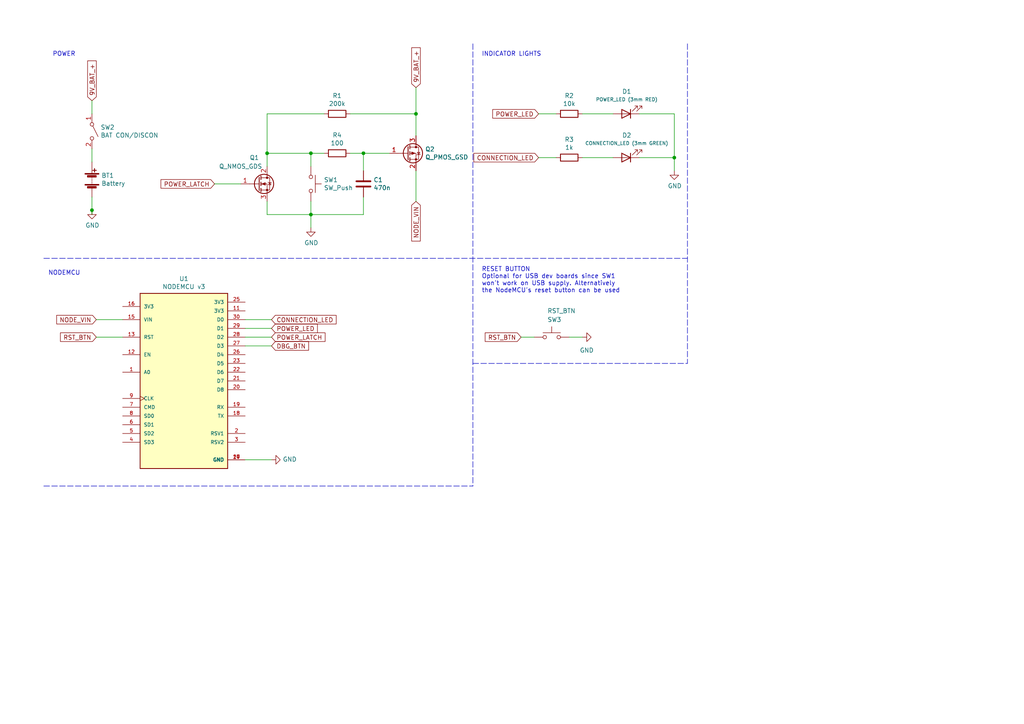
<source format=kicad_sch>
(kicad_sch (version 20211123) (generator eeschema)
  (paper "A4")
  (title_block (title "TUDO Wireless Doorbell / Door") (date "2021-11-30") (rev "V1.0") (company "TUDO Makerspace") (comment 1 "https://tapr.org/the-tapr-open-hardware-license/") (comment 2 "License: TAPR Open Hardware License V1.0") (comment 3 "ctx.xda@gmail.com") (comment 4 "Author: Patrick Pedersen"))
  (lib_symbols
    (symbol "Device:Battery" (pin_numbers hide) (pin_names (offset 0) hide)
      (property "Reference" "BT" (at 2.54 2.54 0))
      (property "Value" "Battery" (at 2.54 0 0))
      (symbol "Battery_0_1"
        (rectangle (start -2.032 -1.397) (end 2.032 -1.651) (fill (type outline)))
        (rectangle (start -2.032 1.778) (end 2.032 1.524) (fill (type outline)))
        (rectangle (start -1.3208 -1.9812) (end 1.27 -2.4892) (fill (type outline)))
        (rectangle (start -1.3208 1.1938) (end 1.27 0.6858) (fill (type outline)))
        (polyline (pts (xy 0 -1.524) (xy 0 -1.27)))
        (polyline (pts (xy 0 -1.016) (xy 0 -0.762)))
        (polyline (pts (xy 0 -0.508) (xy 0 -0.254)))
        (polyline (pts (xy 0 0) (xy 0 0.254)))
        (polyline (pts (xy 0 0.508) (xy 0 0.762)))
        (polyline (pts (xy 0 1.778) (xy 0 2.54)))
        (polyline (pts (xy 0.254 2.667) (xy 1.27 2.667)) (stroke (width 0.254)))
        (polyline (pts (xy 0.762 3.175) (xy 0.762 2.159)) (stroke (width 0.254)))
      )
      (symbol "Battery_1_1"
        (pin passive line (at 0 5.08 270) (length 2.54) (name "+") (number "1"))
        (pin passive line (at 0 -5.08 90) (length 2.54) (name "-") (number "2"))
      )
    )
    (symbol "Device:C" (pin_numbers hide) (pin_names (offset 0.254))
      (property "Reference" "C" (at 0.635 2.54 0))
      (property "Value" "C" (at 0.635 -2.54 0))
      (symbol "C_0_1"
        (polyline (pts (xy -2.032 -0.762) (xy 2.032 -0.762)) (stroke (width 0.508)))
        (polyline (pts (xy -2.032 0.762) (xy 2.032 0.762)) (stroke (width 0.508)))
      )
      (symbol "C_1_1"
        (pin passive line (at 0 3.81 270) (length 2.794) (name "~") (number "1"))
        (pin passive line (at 0 -3.81 90) (length 2.794) (name "~") (number "2"))
      )
    )
    (symbol "Device:LED" (pin_numbers hide) (pin_names (offset 1.016) hide)
      (property "Reference" "D" (at 0 2.54 0))
      (property "Value" "LED" (at 0 -2.54 0))
      (symbol "LED_0_1"
        (polyline (pts (xy -1.27 -1.27) (xy -1.27 1.27)) (stroke (width 0.254)))
        (polyline (pts (xy -1.27 0) (xy 1.27 0)))
        (polyline (pts (xy 1.27 -1.27) (xy 1.27 1.27) (xy -1.27 0) (xy 1.27 -1.27)) (stroke (width 0.254)))
        (polyline (pts (xy -3.048 -0.762) (xy -4.572 -2.286) (xy -3.81 -2.286) (xy -4.572 -2.286) (xy -4.572 -1.524)))
        (polyline (pts (xy -1.778 -0.762) (xy -3.302 -2.286) (xy -2.54 -2.286) (xy -3.302 -2.286) (xy -3.302 -1.524)))
      )
      (symbol "LED_1_1"
        (pin passive line (at -3.81 0 0) (length 2.54) (name "K") (number "1"))
        (pin passive line (at 3.81 0 180) (length 2.54) (name "A") (number "2"))
      )
    )
    (symbol "Device:Q_NMOS_GDS" (pin_names (offset 0) hide)
      (property "Reference" "Q" (at 5.08 1.27 0))
      (property "Value" "Q_NMOS_GDS" (at 5.08 -1.27 0))
      (symbol "Q_NMOS_GDS_0_1"
        (polyline (pts (xy 0.254 0) (xy -2.54 0)))
        (polyline (pts (xy 0.254 1.905) (xy 0.254 -1.905)) (stroke (width 0.254)))
        (polyline (pts (xy 0.762 -1.27) (xy 0.762 -2.286)) (stroke (width 0.254)))
        (polyline (pts (xy 0.762 0.508) (xy 0.762 -0.508)) (stroke (width 0.254)))
        (polyline (pts (xy 0.762 2.286) (xy 0.762 1.27)) (stroke (width 0.254)))
        (polyline (pts (xy 2.54 2.54) (xy 2.54 1.778)))
        (polyline (pts (xy 2.54 -2.54) (xy 2.54 0) (xy 0.762 0)))
        (polyline (pts (xy 0.762 -1.778) (xy 3.302 -1.778) (xy 3.302 1.778) (xy 0.762 1.778)))
        (polyline (pts (xy 1.016 0) (xy 2.032 0.381) (xy 2.032 -0.381) (xy 1.016 0)) (fill (type outline)))
        (polyline (pts (xy 2.794 0.508) (xy 2.921 0.381) (xy 3.683 0.381) (xy 3.81 0.254)))
        (polyline (pts (xy 3.302 0.381) (xy 2.921 -0.254) (xy 3.683 -0.254) (xy 3.302 0.381)))
        (circle (center 1.651 0) (radius 2.794) (stroke (width 0.254)))
        (circle (center 2.54 -1.778) (radius 0.254) (fill (type outline)))
        (circle (center 2.54 1.778) (radius 0.254) (fill (type outline)))
      )
      (symbol "Q_NMOS_GDS_1_1"
        (pin input line (at -5.08 0 0) (length 2.54) (name "G") (number "1"))
        (pin passive line (at 2.54 5.08 270) (length 2.54) (name "D") (number "2"))
        (pin passive line (at 2.54 -5.08 90) (length 2.54) (name "S") (number "3"))
      )
    )
    (symbol "Device:Q_PMOS_GSD" (pin_names (offset 0) hide)
      (property "Reference" "Q" (at 5.08 1.27 0))
      (property "Value" "Q_PMOS_GSD" (at 5.08 -1.27 0))
      (symbol "Q_PMOS_GSD_0_1"
        (polyline (pts (xy 0.254 0) (xy -2.54 0)))
        (polyline (pts (xy 0.254 1.905) (xy 0.254 -1.905)) (stroke (width 0.254)))
        (polyline (pts (xy 0.762 -1.27) (xy 0.762 -2.286)) (stroke (width 0.254)))
        (polyline (pts (xy 0.762 0.508) (xy 0.762 -0.508)) (stroke (width 0.254)))
        (polyline (pts (xy 0.762 2.286) (xy 0.762 1.27)) (stroke (width 0.254)))
        (polyline (pts (xy 2.54 2.54) (xy 2.54 1.778)))
        (polyline (pts (xy 2.54 -2.54) (xy 2.54 0) (xy 0.762 0)))
        (polyline (pts (xy 0.762 1.778) (xy 3.302 1.778) (xy 3.302 -1.778) (xy 0.762 -1.778)))
        (polyline (pts (xy 2.286 0) (xy 1.27 0.381) (xy 1.27 -0.381) (xy 2.286 0)) (fill (type outline)))
        (polyline (pts (xy 2.794 -0.508) (xy 2.921 -0.381) (xy 3.683 -0.381) (xy 3.81 -0.254)))
        (polyline (pts (xy 3.302 -0.381) (xy 2.921 0.254) (xy 3.683 0.254) (xy 3.302 -0.381)))
        (circle (center 1.651 0) (radius 2.794) (stroke (width 0.254)))
        (circle (center 2.54 -1.778) (radius 0.254) (fill (type outline)))
        (circle (center 2.54 1.778) (radius 0.254) (fill (type outline)))
      )
      (symbol "Q_PMOS_GSD_1_1"
        (pin input line (at -5.08 0 0) (length 2.54) (name "G") (number "1"))
        (pin passive line (at 2.54 -5.08 90) (length 2.54) (name "S") (number "2"))
        (pin passive line (at 2.54 5.08 270) (length 2.54) (name "D") (number "3"))
      )
    )
    (symbol "Device:R" (pin_numbers hide) (pin_names (offset 0))
      (property "Reference" "R" (at 2.032 0 90))
      (property "Value" "R" (at 0 0 90))
      (symbol "R_0_1"
        (rectangle (start -1.016 -2.54) (end 1.016 2.54) (stroke (width 0.254)))
      )
      (symbol "R_1_1"
        (pin passive line (at 0 3.81 270) (length 1.27) (name "~") (number "1"))
        (pin passive line (at 0 -3.81 90) (length 1.27) (name "~") (number "2"))
      )
    )
    (symbol "Switch:SW_Push" (pin_numbers hide) (pin_names (offset 1.016) hide)
      (property "Reference" "SW" (at 1.27 2.54 0))
      (property "Value" "SW_Push" (at 0 -1.524 0))
      (symbol "SW_Push_0_1"
        (circle (center -2.032 0) (radius 0.508))
        (polyline (pts (xy 0 1.27) (xy 0 3.048)))
        (polyline (pts (xy 2.54 1.27) (xy -2.54 1.27)))
        (circle (center 2.032 0) (radius 0.508))
        (pin passive line (at -5.08 0 0) (length 2.54) (name "1") (number "1"))
        (pin passive line (at 5.08 0 180) (length 2.54) (name "2") (number "2"))
      )
    )
    (symbol "Switch:SW_SPST" (pin_names (offset 0) hide)
      (property "Reference" "SW" (at 0 3.175 0))
      (property "Value" "SW_SPST" (at 0 -2.54 0))
      (symbol "SW_SPST_0_0"
        (circle (center -2.032 0) (radius 0.508))
        (polyline (pts (xy -1.524 0.254) (xy 1.524 1.778)))
        (circle (center 2.032 0) (radius 0.508))
      )
      (symbol "SW_SPST_1_1"
        (pin passive line (at -5.08 0 0) (length 2.54) (name "A") (number "1"))
        (pin passive line (at 5.08 0 180) (length 2.54) (name "B") (number "2"))
      )
    )
    (symbol "ZC563900:ZC563900" (pin_names (offset 1.016))
      (property "Reference" "U1" (at 0 29.6418 0))
      (property "Value" "NODEMCU v3" (at 0 27.3304 0))
      (symbol "ZC563900_0_0"
        (rectangle (start -12.7 -25.4) (end 12.7 25.4) (stroke (width 0.254)) (fill (type background)))
        (pin input line (at -17.78 2.54 0) (length 5.08) (name "A0") (number "1"))
        (pin power_in line (at 17.78 -22.86 180) (length 5.08) (name "GND") (number "10"))
        (pin power_in line (at 17.78 20.32 180) (length 5.08) (name "3V3") (number "11"))
        (pin input line (at -17.78 7.62 0) (length 5.08) (name "EN") (number "12"))
        (pin input line (at -17.78 12.7 0) (length 5.08) (name "RST") (number "13"))
        (pin power_in line (at 17.78 -22.86 180) (length 5.08) (name "GND") (number "14"))
        (pin input line (at -17.78 17.78 0) (length 5.08) (name "VIN") (number "15"))
        (pin power_in line (at -17.78 21.59 0) (length 5.08) (name "3V3") (number "16"))
        (pin power_in line (at 17.78 -22.86 180) (length 5.08) (name "GND") (number "17"))
        (pin bidirectional line (at 17.78 -10.16 180) (length 5.08) (name "TX") (number "18"))
        (pin bidirectional line (at 17.78 -7.62 180) (length 5.08) (name "RX") (number "19"))
        (pin passive line (at 17.78 -15.24 180) (length 5.08) (name "RSV1") (number "2"))
        (pin bidirectional line (at 17.78 -2.54 180) (length 5.08) (name "D8") (number "20"))
        (pin bidirectional line (at 17.78 0 180) (length 5.08) (name "D7") (number "21"))
        (pin bidirectional line (at 17.78 2.54 180) (length 5.08) (name "D6") (number "22"))
        (pin bidirectional line (at 17.78 5.08 180) (length 5.08) (name "D5") (number "23"))
        (pin power_in line (at 17.78 -22.86 180) (length 5.08) (name "GND") (number "24"))
        (pin power_in line (at 17.78 22.86 180) (length 5.08) (name "3V3") (number "25"))
        (pin bidirectional line (at 17.78 7.62 180) (length 5.08) (name "D4") (number "26"))
        (pin bidirectional line (at 17.78 10.16 180) (length 5.08) (name "D3") (number "27"))
        (pin bidirectional line (at 17.78 12.7 180) (length 5.08) (name "D2") (number "28"))
        (pin bidirectional line (at 17.78 15.24 180) (length 5.08) (name "D1") (number "29"))
        (pin passive line (at 17.78 -17.78 180) (length 5.08) (name "RSV2") (number "3"))
        (pin bidirectional line (at 17.78 17.78 180) (length 5.08) (name "D0") (number "30"))
        (pin bidirectional line (at -17.78 -17.78 0) (length 5.08) (name "SD3") (number "4"))
        (pin bidirectional line (at -17.78 -15.24 0) (length 5.08) (name "SD2") (number "5"))
        (pin bidirectional line (at -17.78 -12.7 0) (length 5.08) (name "SD1") (number "6"))
        (pin input line (at -17.78 -7.62 0) (length 5.08) (name "CMD") (number "7"))
        (pin bidirectional line (at -17.78 -10.16 0) (length 5.08) (name "SD0") (number "8"))
        (pin input clock (at -17.78 -5.08 0) (length 5.08) (name "CLK") (number "9"))
      )
    )
    (symbol "power:GND" (power) (pin_names (offset 0))
      (property "Value" "GND" (at 0 -3.81 0))
      (symbol "GND_0_1"
        (polyline (pts (xy 0 0) (xy 0 -1.27) (xy 1.27 -1.27) (xy 0 -2.54) (xy -1.27 -1.27) (xy 0 -1.27)))
      )
      (symbol "GND_1_1"
        (pin power_in line (at 0 0 270) (length 0) hide (name "GND") (number "1"))
      )
    )
  )
  (junction (at 120.65 33.02))
  (junction (at 105.41 44.45))
  (junction (at 195.58 45.72))
  (junction (at 90.17 44.45))
  (junction (at 77.47 44.45))
  (junction (at 26.67 60.96))
  (junction (at 90.17 62.23))
  (wire (pts (xy 151.13 97.79) (xy 154.94 97.79)))
  (wire (pts (xy 27.94 92.71) (xy 35.56 92.71)))
  (wire (pts (xy 90.17 44.45) (xy 93.98 44.45)))
  (wire (pts (xy 195.58 49.53) (xy 195.58 45.72)))
  (wire (pts (xy 168.91 97.79) (xy 165.1 97.79)))
  (wire (pts (xy 120.65 58.42) (xy 120.65 49.53)))
  (wire (pts (xy 78.74 95.25) (xy 71.12 95.25)))
  (wire (pts (xy 101.6 44.45) (xy 105.41 44.45)))
  (wire (pts (xy 168.91 45.72) (xy 177.8 45.72)))
  (wire (pts (xy 77.47 62.23) (xy 77.47 58.42)))
  (wire (pts (xy 78.74 92.71) (xy 71.12 92.71)))
  (wire (pts (xy 90.17 44.45) (xy 90.17 48.26)))
  (wire (pts (xy 120.65 25.4) (xy 120.65 33.02)))
  (wire (pts (xy 26.67 57.15) (xy 26.67 60.96)))
  (wire (pts (xy 93.98 33.02) (xy 77.47 33.02)))
  (wire (pts (xy 77.47 33.02) (xy 77.47 44.45)))
  (wire (pts (xy 27.94 97.79) (xy 35.56 97.79)))
  (wire (pts (xy 195.58 45.72) (xy 185.42 45.72)))
  (wire (pts (xy 90.17 58.42) (xy 90.17 62.23)))
  (polyline (pts (xy 199.39 12.7) (xy 199.39 105.41)))
  (wire (pts (xy 105.41 62.23) (xy 105.41 57.15)))
  (wire (pts (xy 62.23 53.34) (xy 69.85 53.34)))
  (wire (pts (xy 26.67 43.18) (xy 26.67 46.99)))
  (wire (pts (xy 156.21 45.72) (xy 161.29 45.72)))
  (wire (pts (xy 78.74 97.79) (xy 71.12 97.79)))
  (wire (pts (xy 156.21 33.02) (xy 161.29 33.02)))
  (wire (pts (xy 78.74 133.35) (xy 71.12 133.35)))
  (wire (pts (xy 26.67 29.21) (xy 26.67 33.02)))
  (wire (pts (xy 120.65 33.02) (xy 120.65 39.37)))
  (polyline (pts (xy 12.7 74.93) (xy 199.39 74.93)))
  (wire (pts (xy 120.65 33.02) (xy 101.6 33.02)))
  (polyline (pts (xy 12.7 140.97) (xy 137.16 140.97)))
  (wire (pts (xy 105.41 44.45) (xy 113.03 44.45)))
  (wire (pts (xy 168.91 33.02) (xy 177.8 33.02)))
  (wire (pts (xy 78.74 100.33) (xy 71.12 100.33)))
  (wire (pts (xy 90.17 66.04) (xy 90.17 62.23)))
  (wire (pts (xy 195.58 45.72) (xy 195.58 33.02)))
  (wire (pts (xy 77.47 44.45) (xy 77.47 48.26)))
  (wire (pts (xy 90.17 62.23) (xy 105.41 62.23)))
  (wire (pts (xy 26.67 60.96) (xy 26.67 62.23)))
  (wire (pts (xy 77.47 62.23) (xy 90.17 62.23)))
  (wire (pts (xy 77.47 44.45) (xy 90.17 44.45)))
  (polyline (pts (xy 137.16 12.7) (xy 137.16 140.97)))
  (wire (pts (xy 105.41 49.53) (xy 105.41 44.45)))
  (wire (pts (xy 195.58 33.02) (xy 185.42 33.02)))
  (polyline (pts (xy 137.16 105.41) (xy 199.39 105.41)))
  (text "RESET BUTTON\nOptional for USB dev boards since SW1\nwon't work on USB supply. Alternatively\nthe NodeMCU's reset button can be used" (at 139.7 85.09 0) (effects (font (size 1.27 1.27)) (justify left bottom)))
  (text "POWER" (at 15.24 16.51 0) (effects (font (size 1.27 1.27)) (justify left bottom)))
  (text "NODEMCU" (at 13.97 80.01 0) (effects (font (size 1.27 1.27)) (justify left bottom)))
  (text "INDICATOR LIGHTS" (at 139.7 16.51 0) (effects (font (size 1.27 1.27)) (justify left bottom)))
  (global_label "CONNECTION_LED" (shape input) (at 156.21 45.72 180) (property "Intersheet References" "${INTERSHEET_REFS}" (effects hide)))
  (global_label "9V_BAT_+" (shape input) (at 120.65 25.4 90) (property "Intersheet References" "${INTERSHEET_REFS}" (effects hide)))
  (global_label "POWER_LATCH" (shape input) (at 62.23 53.34 180) (property "Intersheet References" "${INTERSHEET_REFS}" (effects hide)))
  (global_label "NODE_VIN" (shape input) (at 27.94 92.71 180) (property "Intersheet References" "${INTERSHEET_REFS}" (effects hide)))
  (global_label "CONNECTION_LED" (shape input) (at 78.74 92.71 0) (property "Intersheet References" "${INTERSHEET_REFS}" (effects hide)))
  (global_label "RST_BTN" (shape input) (at 27.94 97.79 180) (property "Intersheet References" "${INTERSHEET_REFS}" (effects hide)))
  (global_label "POWER_LATCH" (shape input) (at 78.74 97.79 0) (property "Intersheet References" "${INTERSHEET_REFS}" (effects hide)))
  (global_label "9V_BAT_+" (shape input) (at 26.67 29.21 90) (property "Intersheet References" "${INTERSHEET_REFS}" (effects hide)))
  (global_label "POWER_LED" (shape input) (at 78.74 95.25 0) (property "Intersheet References" "${INTERSHEET_REFS}" (effects hide)))
  (global_label "DBG_BTN" (shape input) (at 78.74 100.33 0) (property "Intersheet References" "${INTERSHEET_REFS}" (effects hide)))
  (global_label "RST_BTN" (shape input) (at 151.13 97.79 180) (property "Intersheet References" "${INTERSHEET_REFS}" (effects hide)))
  (global_label "POWER_LED" (shape input) (at 156.21 33.02 180) (property "Intersheet References" "${INTERSHEET_REFS}" (effects hide)))
  (global_label "NODE_VIN" (shape input) (at 120.65 58.42 270) (property "Intersheet References" "${INTERSHEET_REFS}" (effects hide)))
  (symbol (lib_id "Switch:SW_Push") (at 90.17 53.34 270) (unit 1)
    (property "Reference" "SW1" (at 93.9292 52.1716 90) (effects (justify left)))
    (property "Value" "SW_Push" (at 93.9292 54.483 90) (effects (justify left)))
    (property "Footprint" "Connector_JST:JST_EH_B2B-EH-A_1x02_P2.50mm_Vertical" (effects hide))
  )
  (symbol (lib_id "Device:LED") (at 181.61 33.02 180) (unit 1)
    (property "Reference" "D1" (at 181.7878 26.543 0))
    (property "Value" "POWER_LED (3mm RED)" (at 181.7878 28.8544 0) (effects (font (size 0.9906 0.9906))))
    (property "Footprint" "Connector_JST:JST_EH_B2B-EH-A_1x02_P2.50mm_Vertical" (effects hide))
  )
  (symbol (lib_id "Device:LED") (at 181.61 45.72 180) (unit 1)
    (property "Reference" "D2" (at 181.7878 39.243 0))
    (property "Value" "CONNECTION_LED (3mm GREEN)" (at 181.7878 41.5544 0) (effects (font (size 0.9906 0.9906))))
    (property "Footprint" "Connector_JST:JST_EH_B2B-EH-A_1x02_P2.50mm_Vertical" (effects hide))
  )
  (symbol (lib_id "Device:C") (at 105.41 53.34 0) (unit 1)
    (property "Reference" "C1" (at 108.331 52.1716 0) (effects (justify left)))
    (property "Value" "470n" (at 108.331 54.483 0) (effects (justify left)))
    (property "Footprint" "Capacitor_THT:C_Disc_D5.1mm_W3.2mm_P5.00mm" (effects hide))
  )
  (symbol (lib_id "Device:R") (at 97.79 33.02 90) (unit 1)
    (property "Reference" "R1" (at 97.79 27.7622 90))
    (property "Value" "200k" (at 97.79 30.0736 90))
    (property "Footprint" "Resistor_THT:R_Axial_DIN0207_L6.3mm_D2.5mm_P10.16mm_Horizontal" (effects hide))
  )
  (symbol (lib_id "Device:Q_PMOS_GSD") (at 118.11 44.45 0) (unit 1)
    (property "Reference" "Q2" (at 123.317 43.2816 0) (effects (justify left)))
    (property "Value" "Q_PMOS_GSD" (at 123.317 45.593 0) (effects (justify left)))
    (property "Footprint" "Package_TO_SOT_THT:TO-220-3_Horizontal_TabDown" (effects hide))
  )
  (symbol (lib_id "Device:Q_NMOS_GDS") (at 74.93 53.34 0) (unit 1)
    (property "Reference" "Q1" (at 72.39 45.72 0) (effects (justify left)))
    (property "Value" "Q_NMOS_GDS" (at 63.5 48.26 0) (effects (justify left)))
    (property "Footprint" "Package_TO_SOT_THT:TO-220-3_Horizontal_TabDown" (effects hide))
  )
  (symbol (lib_id "power:GND") (at 90.17 66.04 0) (unit 1)
    (property "Reference" "#PWR03" (effects hide))
    (property "Value" "GND" (at 90.297 70.4342 0))
  )
  (symbol (lib_id "ZC563900:ZC563900") (at 53.34 110.49 0) (unit 1)
    (property "Reference" "U1" (at 53.34 80.8482 0))
    (property "Value" "NODEMCU v3" (at 53.34 83.1596 0))
    (property "Footprint" "ESP8266-Kicad:NodeMCU-LoLinV3" (effects hide))
    (property "MAXIMUM_PACKAGE_HEIGHT" "N/A" (effects hide))
    (property "PARTREV" "1.0" (effects hide))
    (property "MANUFACTURER" "YKS" (effects hide))
    (property "STANDARD" "Manufacturer Recommendations" (effects hide))
  )
  (symbol (lib_id "power:GND") (at 78.74 133.35 90) (unit 1)
    (property "Reference" "#PWR02" (effects hide))
    (property "Value" "GND" (at 81.9912 133.223 90) (effects (justify right)))
  )
  (symbol (lib_id "power:GND") (at 195.58 49.53 0) (unit 1)
    (property "Reference" "#PWR04" (effects hide))
    (property "Value" "GND" (at 195.707 53.9242 0))
  )
  (symbol (lib_id "Device:Battery") (at 26.67 52.07 0) (unit 1)
    (property "Reference" "BT1" (at 29.4132 50.9016 0) (effects (justify left)))
    (property "Value" "Battery" (at 29.4132 53.213 0) (effects (justify left)))
    (property "Footprint" "Connector_JST:JST_EH_B2B-EH-A_1x02_P2.50mm_Vertical" (effects hide))
  )
  (symbol (lib_id "power:GND") (at 26.67 60.96 0) (unit 1)
    (property "Reference" "#PWR01" (effects hide))
    (property "Value" "GND" (at 26.797 65.3542 0))
  )
  (symbol (lib_id "Device:R") (at 97.79 44.45 90) (unit 1)
    (property "Reference" "R4" (at 97.79 39.1922 90))
    (property "Value" "100" (at 97.79 41.5036 90))
    (property "Footprint" "Resistor_THT:R_Axial_DIN0207_L6.3mm_D2.5mm_P10.16mm_Horizontal" (effects hide))
  )
  (symbol (lib_id "Device:R") (at 165.1 33.02 90) (unit 1)
    (property "Reference" "R2" (at 165.1 27.7622 90))
    (property "Value" "10k" (at 165.1 30.0736 90))
    (property "Footprint" "Resistor_THT:R_Axial_DIN0207_L6.3mm_D2.5mm_P10.16mm_Horizontal" (effects hide))
  )
  (symbol (lib_id "Device:R") (at 165.1 45.72 90) (unit 1)
    (property "Reference" "R3" (at 165.1 40.4622 90))
    (property "Value" "1k" (at 165.1 42.7736 90))
    (property "Footprint" "Resistor_THT:R_Axial_DIN0207_L6.3mm_D2.5mm_P10.16mm_Horizontal" (effects hide))
  )
  (symbol (lib_id "Switch:SW_SPST") (at 26.67 38.1 270) (unit 1)
    (property "Reference" "SW2" (at 29.1592 36.9316 90) (effects (justify left)))
    (property "Value" "BAT CON/DISCON" (at 29.1592 39.243 90) (effects (justify left)))
    (property "Footprint" "digikey-footprints:Toggle_Switch_100SP1T1B4M2QE" (effects hide))
  )
  (symbol (lib_id "Switch:SW_Push") (at 160.02 97.79 0) (unit 1)
    (property "Reference" "SW3" (at 158.75 92.71 0) (effects (justify left)))
    (property "Value" "RST_BTN" (at 158.75 90.17 0) (effects (justify left)))
    (property "Footprint" "Button_Switch_THT:SW_PUSH_6mm" (effects hide))
  )
  (symbol (lib_id "power:GND") (at 168.91 97.79 90) (unit 1)
    (property "Reference" "#PWR0101" (effects hide))
    (property "Value" "GND" (at 170.18 101.6 90))
  )
)
</source>
